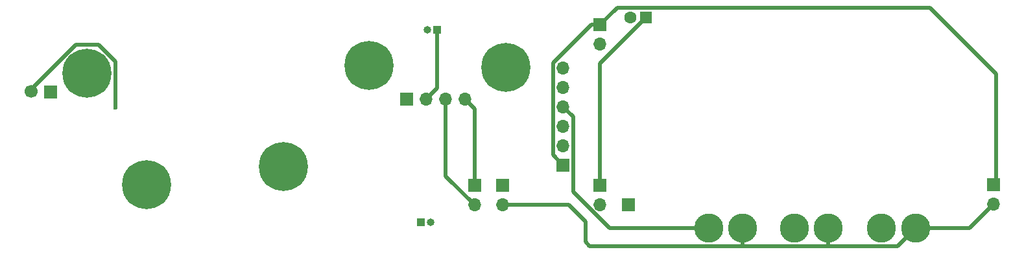
<source format=gbr>
%TF.GenerationSoftware,KiCad,Pcbnew,8.0.0*%
%TF.CreationDate,2024-08-24T04:45:33-07:00*%
%TF.ProjectId,sled,736c6564-2e6b-4696-9361-645f70636258,rev?*%
%TF.SameCoordinates,Original*%
%TF.FileFunction,Copper,L2,Bot*%
%TF.FilePolarity,Positive*%
%FSLAX46Y46*%
G04 Gerber Fmt 4.6, Leading zero omitted, Abs format (unit mm)*
G04 Created by KiCad (PCBNEW 8.0.0) date 2024-08-24 04:45:33*
%MOMM*%
%LPD*%
G01*
G04 APERTURE LIST*
G04 Aperture macros list*
%AMHorizOval*
0 Thick line with rounded ends*
0 $1 width*
0 $2 $3 position (X,Y) of the first rounded end (center of the circle)*
0 $4 $5 position (X,Y) of the second rounded end (center of the circle)*
0 Add line between two ends*
20,1,$1,$2,$3,$4,$5,0*
0 Add two circle primitives to create the rounded ends*
1,1,$1,$2,$3*
1,1,$1,$4,$5*%
%AMRotRect*
0 Rectangle, with rotation*
0 The origin of the aperture is its center*
0 $1 length*
0 $2 width*
0 $3 Rotation angle, in degrees counterclockwise*
0 Add horizontal line*
21,1,$1,$2,0,0,$3*%
G04 Aperture macros list end*
%TA.AperFunction,ComponentPad*%
%ADD10RotRect,1.700000X1.700000X268.000000*%
%TD*%
%TA.AperFunction,ComponentPad*%
%ADD11HorizOval,1.700000X0.000000X0.000000X0.000000X0.000000X0*%
%TD*%
%TA.AperFunction,ComponentPad*%
%ADD12R,1.700000X1.700000*%
%TD*%
%TA.AperFunction,ComponentPad*%
%ADD13O,1.700000X1.700000*%
%TD*%
%TA.AperFunction,ComponentPad*%
%ADD14R,1.000000X1.000000*%
%TD*%
%TA.AperFunction,ComponentPad*%
%ADD15O,1.000000X1.000000*%
%TD*%
%TA.AperFunction,ComponentPad*%
%ADD16C,3.800000*%
%TD*%
%TA.AperFunction,ComponentPad*%
%ADD17C,1.600000*%
%TD*%
%TA.AperFunction,ComponentPad*%
%ADD18R,1.600000X1.600000*%
%TD*%
%TA.AperFunction,ComponentPad*%
%ADD19C,6.400000*%
%TD*%
%TA.AperFunction,ViaPad*%
%ADD20C,0.600000*%
%TD*%
%TA.AperFunction,Conductor*%
%ADD21C,0.500000*%
%TD*%
G04 APERTURE END LIST*
D10*
%TO.P,GPS1,1,GND*%
%TO.N,Net-(BT3--)*%
X108971000Y-55626000D03*
D11*
%TO.P,GPS1,2,VIN*%
%TO.N,Net-(GPS1-VIN)*%
X106432547Y-55537355D03*
%TD*%
D12*
%TO.P,BR1,1,4TH*%
%TO.N,/HEI*%
X175920400Y-65176400D03*
D13*
%TO.P,BR1,2,3RD*%
%TO.N,/APO_BACKUP*%
X175920400Y-62636400D03*
%TO.P,BR1,3,MAIN*%
%TO.N,/MAIN*%
X175920400Y-60096400D03*
%TO.P,BR1,4,APO*%
%TO.N,/APOGEE*%
X175920400Y-57556400D03*
%TO.P,BR1,5,GND*%
%TO.N,/BR_NEG*%
X175920400Y-55016400D03*
%TO.P,BR1,6,IN*%
%TO.N,/BR_POS*%
X175920400Y-52476400D03*
%TD*%
D14*
%TO.P,BT2,1,+*%
%TO.N,Net-(BT2-+)*%
X159461200Y-47498000D03*
D15*
%TO.P,BT2,2,-*%
%TO.N,Net-(BT2--)*%
X158191200Y-47498000D03*
%TD*%
D14*
%TO.P,BT1,1,+*%
%TO.N,Net-(BT1-+)*%
X157327600Y-72644000D03*
D15*
%TO.P,BT1,2,-*%
%TO.N,/BR_NEG*%
X158597600Y-72644000D03*
%TD*%
D12*
%TO.P,SW4,1*%
%TO.N,unconnected-(SW4-Pad1)*%
X184404000Y-70351800D03*
%TD*%
%TO.P,SW3,1*%
%TO.N,Net-(BT3-+)*%
X180746400Y-67806800D03*
D13*
%TO.P,SW3,2*%
%TO.N,Net-(GPS1-VIN)*%
X180746400Y-70346800D03*
%TD*%
D12*
%TO.P,SW2,1*%
%TO.N,Net-(LYRA1-SW-)*%
X164338000Y-67857600D03*
D13*
%TO.P,SW2,2*%
%TO.N,Net-(LYRA1-SW+)*%
X164338000Y-70397600D03*
%TD*%
D12*
%TO.P,SW1,1*%
%TO.N,Net-(BT1-+)*%
X167995600Y-67857600D03*
D13*
%TO.P,SW1,2*%
%TO.N,/BR_POS*%
X167995600Y-70397600D03*
%TD*%
%TO.P,LYRA1,4,SW-*%
%TO.N,Net-(LYRA1-SW-)*%
X163128800Y-56581200D03*
%TO.P,LYRA1,3,SW+*%
%TO.N,Net-(LYRA1-SW+)*%
X160588800Y-56581200D03*
%TO.P,LYRA1,2,BATT+*%
%TO.N,Net-(BT2-+)*%
X158048800Y-56581200D03*
D12*
%TO.P,LYRA1,1,BATT-*%
%TO.N,Net-(BT2--)*%
X155508800Y-56581200D03*
%TD*%
%TO.P,J2,1,Pin_1*%
%TO.N,/HEI*%
X232105200Y-67716400D03*
D13*
%TO.P,J2,2,Pin_2*%
%TO.N,/BR_POS*%
X232105200Y-70256400D03*
%TD*%
D12*
%TO.P,J1,1,Pin_1*%
%TO.N,/HEI*%
X180746400Y-46837600D03*
D13*
%TO.P,J1,2,Pin_2*%
%TO.N,/BR_POS*%
X180746400Y-49377600D03*
%TD*%
D16*
%TO.P,H11,1,1*%
%TO.N,/BR_POS*%
X210515200Y-73406000D03*
%TD*%
%TO.P,H10,1,1*%
%TO.N,/APO_BACKUP*%
X206146400Y-73406000D03*
%TD*%
%TO.P,H9,1,1*%
%TO.N,/BR_POS*%
X221945200Y-73406000D03*
%TD*%
%TO.P,H8,1,1*%
%TO.N,/MAIN*%
X217474800Y-73406000D03*
%TD*%
%TO.P,H7,1,1*%
%TO.N,/BR_POS*%
X199339200Y-73406000D03*
%TD*%
%TO.P,H6,1,1*%
%TO.N,/APOGEE*%
X194919600Y-73406000D03*
%TD*%
D17*
%TO.P,BT3,2,-*%
%TO.N,Net-(BT3--)*%
X184725600Y-45869600D03*
D18*
%TO.P,BT3,1,+*%
%TO.N,Net-(BT3-+)*%
X186725600Y-45869600D03*
%TD*%
D19*
%TO.P,H5,1,1*%
%TO.N,unconnected-(H5-Pad1)*%
X121500000Y-67750000D03*
%TD*%
%TO.P,H4,1,1*%
%TO.N,unconnected-(H4-Pad1)*%
X139416333Y-65335328D03*
%TD*%
%TO.P,H3,1,1*%
%TO.N,unconnected-(H3-Pad1)*%
X113780646Y-53142541D03*
%TD*%
%TO.P,H2,1,1*%
%TO.N,unconnected-(H2-Pad1)*%
X150532490Y-52126007D03*
%TD*%
%TO.P,H1,1,1*%
%TO.N,unconnected-(H1-Pad1)*%
X168427502Y-52393444D03*
%TD*%
D20*
%TO.N,Net-(GPS1-VIN)*%
X117430646Y-57676954D03*
%TD*%
D21*
%TO.N,/BR_POS*%
X178816000Y-72593200D02*
X176620400Y-70397600D01*
X178816000Y-75220247D02*
X178816000Y-72593200D01*
X179351753Y-75756000D02*
X178816000Y-75220247D01*
X199542400Y-75756000D02*
X179351753Y-75756000D01*
X176620400Y-70397600D02*
X167995600Y-70397600D01*
%TO.N,Net-(BT2-+)*%
X159471600Y-55158400D02*
X159471600Y-47498000D01*
X158048800Y-56581200D02*
X159471600Y-55158400D01*
%TO.N,Net-(LYRA1-SW+)*%
X160588800Y-66648400D02*
X164338000Y-70397600D01*
X160588800Y-56581200D02*
X160588800Y-66648400D01*
%TO.N,Net-(LYRA1-SW-)*%
X164338000Y-57790400D02*
X163128800Y-56581200D01*
X164338000Y-67857600D02*
X164338000Y-57790400D01*
%TO.N,/HEI*%
X179578000Y-46837600D02*
X180746400Y-46837600D01*
X174620400Y-63876400D02*
X174620400Y-51795200D01*
X174620400Y-51795200D02*
X179578000Y-46837600D01*
X175920400Y-65176400D02*
X174620400Y-63876400D01*
X232419129Y-67402471D02*
X232105200Y-67716400D01*
X232419129Y-53261142D02*
X232419129Y-67402471D01*
X223777587Y-44619600D02*
X232419129Y-53261142D01*
X182964400Y-44619600D02*
X223777587Y-44619600D01*
X180746400Y-46837600D02*
X182964400Y-44619600D01*
%TO.N,/APOGEE*%
X177241200Y-58877200D02*
X175920400Y-57556400D01*
X181967122Y-73406000D02*
X177241200Y-68680078D01*
X194919600Y-73406000D02*
X181967122Y-73406000D01*
X177241200Y-68680078D02*
X177241200Y-58877200D01*
%TO.N,/BR_POS*%
X228955600Y-73406000D02*
X232105200Y-70256400D01*
X221945200Y-73406000D02*
X228955600Y-73406000D01*
%TO.N,Net-(BT3-+)*%
X180715063Y-51880137D02*
X186725600Y-45869600D01*
X180715063Y-61444627D02*
X180715063Y-51880137D01*
X180746400Y-61909908D02*
X180715063Y-61444627D01*
X180746400Y-67806800D02*
X180746400Y-61909908D01*
%TO.N,/BR_POS*%
X199339200Y-75552800D02*
X199542400Y-75756000D01*
X199339200Y-73406000D02*
X199339200Y-75552800D01*
X210515200Y-75756000D02*
X199542400Y-75756000D01*
X210515200Y-73406000D02*
X210515200Y-75756000D01*
X219595200Y-75756000D02*
X210515200Y-75756000D01*
X221945200Y-73406000D02*
X219595200Y-75756000D01*
%TO.N,Net-(GPS1-VIN)*%
X112268766Y-49492541D02*
X106432547Y-55328760D01*
X117430646Y-51630661D02*
X115292526Y-49492541D01*
X106432547Y-55328760D02*
X106432547Y-55537355D01*
X117430646Y-57676954D02*
X117430646Y-51630661D01*
X115292526Y-49492541D02*
X112268766Y-49492541D01*
%TD*%
M02*

</source>
